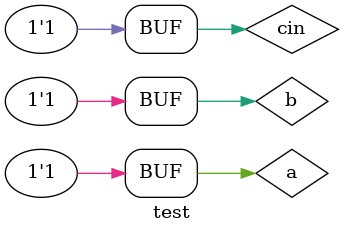
<source format=v>
`include "../lib/full_adder.v"
module test;
  reg a, b, cin;
  wire cout, sum;

  full_adder adder(
    .cout(cout),
    .sum(sum),
    .a(a),
    .b(b),
    .cin(cin));

  initial begin
    $monitor ($time, ":  %b %b %b, %b %b", a, b, cin, cout, sum);
    #5 a = 0; b = 0; cin = 0;
    #5 a = 1;
    #5 a = 0; b = 1;
    #5 a = 1;
    #5 a = 0; b = 0; cin = 1;
    #5 a = 1; 
    #5 a = 0; b = 1;
    #5 a = 1;
    #7;
  end
endmodule

</source>
